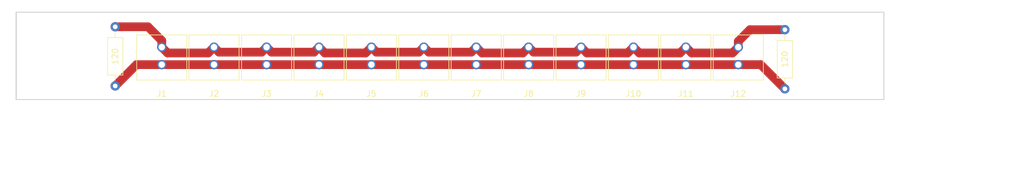
<source format=kicad_pcb>
(kicad_pcb (version 20171130) (host pcbnew "(2018-02-08 revision b04b1dc)-master")

  (general
    (thickness 1.6)
    (drawings 6)
    (tracks 67)
    (zones 0)
    (modules 20)
    (nets 3)
  )

  (page A4)
  (title_block
    (title "CAN Bus Hub 12")
    (date 2018-02-10)
    (rev 1)
  )

  (layers
    (0 F.Cu signal)
    (31 B.Cu signal)
    (32 B.Adhes user)
    (33 F.Adhes user)
    (34 B.Paste user)
    (35 F.Paste user)
    (36 B.SilkS user)
    (37 F.SilkS user)
    (38 B.Mask user)
    (39 F.Mask user)
    (40 Dwgs.User user)
    (41 Cmts.User user)
    (42 Eco1.User user)
    (43 Eco2.User user)
    (44 Edge.Cuts user)
    (45 Margin user)
    (46 B.CrtYd user)
    (47 F.CrtYd user)
    (48 B.Fab user)
    (49 F.Fab user)
  )

  (setup
    (last_trace_width 1.5)
    (trace_clearance 0.5)
    (zone_clearance 0.508)
    (zone_45_only no)
    (trace_min 0.2)
    (segment_width 0.2)
    (edge_width 0.15)
    (via_size 0.8)
    (via_drill 0.4)
    (via_min_size 0.4)
    (via_min_drill 0.3)
    (uvia_size 0.3)
    (uvia_drill 0.1)
    (uvias_allowed no)
    (uvia_min_size 0.2)
    (uvia_min_drill 0.1)
    (pcb_text_width 0.3)
    (pcb_text_size 1.5 1.5)
    (mod_edge_width 0.15)
    (mod_text_size 1 1)
    (mod_text_width 0.15)
    (pad_size 1.524 1.524)
    (pad_drill 0.762)
    (pad_to_mask_clearance 0.2)
    (aux_axis_origin 0 0)
    (visible_elements FFFFFF7F)
    (pcbplotparams
      (layerselection 0x010fc_ffffffff)
      (usegerberextensions false)
      (usegerberattributes false)
      (usegerberadvancedattributes false)
      (creategerberjobfile false)
      (excludeedgelayer true)
      (linewidth 0.100000)
      (plotframeref false)
      (viasonmask false)
      (mode 1)
      (useauxorigin false)
      (hpglpennumber 1)
      (hpglpenspeed 20)
      (hpglpendiameter 15)
      (psnegative false)
      (psa4output false)
      (plotreference true)
      (plotvalue true)
      (plotinvisibletext false)
      (padsonsilk false)
      (subtractmaskfromsilk false)
      (outputformat 1)
      (mirror false)
      (drillshape 0)
      (scaleselection 1)
      (outputdirectory "../CAN Bus Hub 12 Gerber/"))
  )

  (net 0 "")
  (net 1 "Net-(J1-Pad2)")
  (net 2 "Net-(J1-Pad1)")

  (net_class Default "This is the default net class."
    (clearance 0.5)
    (trace_width 1.5)
    (via_dia 0.8)
    (via_drill 0.4)
    (uvia_dia 0.3)
    (uvia_drill 0.1)
    (add_net "Net-(J1-Pad1)")
    (add_net "Net-(J1-Pad2)")
  )

  (module Resistors_THT:R_Axial_DIN0207_L6.3mm_D2.5mm_P10.16mm_Horizontal (layer F.Cu) (tedit 5A7FBC52) (tstamp 5A80029E)
    (at 187 71 270)
    (descr "Resistor, Axial_DIN0207 series, Axial, Horizontal, pin pitch=10.16mm, 0.25W = 1/4W, length*diameter=6.3*2.5mm^2, http://cdn-reichelt.de/documents/datenblatt/B400/1_4W%23YAG.pdf")
    (tags "Resistor Axial_DIN0207 series Axial Horizontal pin pitch 10.16mm 0.25W = 1/4W length 6.3mm diameter 2.5mm")
    (path /5A8087FE)
    (fp_text reference R2 (at 5.08 -2.31 270) (layer F.SilkS) hide
      (effects (font (size 1 1) (thickness 0.15)))
    )
    (fp_text value 120 (at 5.08 0 270) (layer F.SilkS)
      (effects (font (size 1 1) (thickness 0.15)))
    )
    (fp_line (start 1.93 -1.25) (end 1.93 1.25) (layer F.Fab) (width 0.1))
    (fp_line (start 1.93 1.25) (end 8.23 1.25) (layer F.Fab) (width 0.1))
    (fp_line (start 8.23 1.25) (end 8.23 -1.25) (layer F.Fab) (width 0.1))
    (fp_line (start 8.23 -1.25) (end 1.93 -1.25) (layer F.Fab) (width 0.1))
    (fp_line (start 0 0) (end 1.93 0) (layer F.Fab) (width 0.1))
    (fp_line (start 10.16 0) (end 8.23 0) (layer F.Fab) (width 0.1))
    (fp_line (start 1.87 -1.31) (end 1.87 1.31) (layer F.SilkS) (width 0.12))
    (fp_line (start 1.87 1.31) (end 8.29 1.31) (layer F.SilkS) (width 0.12))
    (fp_line (start 8.29 1.31) (end 8.29 -1.31) (layer F.SilkS) (width 0.12))
    (fp_line (start 8.29 -1.31) (end 1.87 -1.31) (layer F.SilkS) (width 0.12))
    (fp_line (start 0.98 0) (end 1.87 0) (layer F.SilkS) (width 0.12))
    (fp_line (start 9.18 0) (end 8.29 0) (layer F.SilkS) (width 0.12))
    (fp_line (start -1.05 -1.6) (end -1.05 1.6) (layer F.CrtYd) (width 0.05))
    (fp_line (start -1.05 1.6) (end 11.25 1.6) (layer F.CrtYd) (width 0.05))
    (fp_line (start 11.25 1.6) (end 11.25 -1.6) (layer F.CrtYd) (width 0.05))
    (fp_line (start 11.25 -1.6) (end -1.05 -1.6) (layer F.CrtYd) (width 0.05))
    (pad 1 thru_hole circle (at 0 0 270) (size 1.6 1.6) (drill 0.8) (layers *.Cu *.Mask)
      (net 1 "Net-(J1-Pad2)"))
    (pad 2 thru_hole oval (at 10.16 0 270) (size 1.6 1.6) (drill 0.8) (layers *.Cu *.Mask)
      (net 2 "Net-(J1-Pad1)"))
    (model ${KISYS3DMOD}/Resistors_THT.3dshapes/R_Axial_DIN0207_L6.3mm_D2.5mm_P10.16mm_Horizontal.wrl
      (at (xyz 0 0 0))
      (scale (xyz 0.393701 0.393701 0.393701))
      (rotate (xyz 0 0 0))
    )
  )

  (module Connectors_Molex:Molex_Microfit3_Header_02x01_Straight_43045-0228 (layer F.Cu) (tedit 55B722EF) (tstamp 5A807F6B)
    (at 80 77)
    (descr "Microfit3 Header Straight 02x01 43045-0228")
    (tags "connector Microfit 02x01 header straight 3mm")
    (path /5A7F9FC2)
    (fp_text reference J1 (at 0 5) (layer F.SilkS)
      (effects (font (size 1 1) (thickness 0.15)))
    )
    (fp_text value Conn_01x02 (at 0 -7) (layer F.Fab)
      (effects (font (size 1 1) (thickness 0.15)))
    )
    (fp_line (start 4.3 -5.1) (end -4.3 -5.1) (layer F.SilkS) (width 0.12))
    (fp_line (start 4.3 2.65) (end -4.3 2.65) (layer F.SilkS) (width 0.12))
    (fp_line (start -4.3 2.65) (end -4.3 -5.1) (layer F.SilkS) (width 0.12))
    (fp_line (start 4.3 2.65) (end 4.3 -5.1) (layer F.SilkS) (width 0.12))
    (fp_line (start 4.5 -5.3) (end -4.5 -5.3) (layer F.CrtYd) (width 0.05))
    (fp_line (start -4.5 2.85) (end -4.5 -5.3) (layer F.CrtYd) (width 0.05))
    (fp_line (start 4.5 2.85) (end -4.5 2.85) (layer F.CrtYd) (width 0.05))
    (fp_line (start 4.5 2.85) (end 4.5 -5.3) (layer F.CrtYd) (width 0.05))
    (pad "" np_thru_hole circle (at 3 -3.94) (size 1.1 1.1) (drill 1.1) (layers *.Cu *.Mask))
    (pad 2 thru_hole circle (at 0 -3) (size 1.6 1.6) (drill 1.1) (layers *.Cu *.Mask)
      (net 1 "Net-(J1-Pad2)"))
    (pad 1 thru_hole circle (at 0 0) (size 1.6 1.6) (drill 1.1) (layers *.Cu *.Mask)
      (net 2 "Net-(J1-Pad1)"))
    (pad "" np_thru_hole circle (at -3 -4) (size 1.1 1.1) (drill 1.1) (layers *.Cu *.Mask))
    (model ${KISYS3DMOD}/Connectors_Molex.3dshapes/Molex_Microfit3_Header_02x01_Straight_43045-0228.wrl
      (at (xyz 0 0 0))
      (scale (xyz 1 1 1))
      (rotate (xyz 0 0 0))
    )
  )

  (module Connectors_Molex:Molex_Microfit3_Header_02x01_Straight_43045-0228 (layer F.Cu) (tedit 55B722EF) (tstamp 5A807F7B)
    (at 88.97 77)
    (descr "Microfit3 Header Straight 02x01 43045-0228")
    (tags "connector Microfit 02x01 header straight 3mm")
    (path /5A7FDEC4)
    (fp_text reference J2 (at 0 5) (layer F.SilkS)
      (effects (font (size 1 1) (thickness 0.15)))
    )
    (fp_text value Conn_01x02 (at 0 -7) (layer F.Fab)
      (effects (font (size 1 1) (thickness 0.15)))
    )
    (fp_line (start 4.5 2.85) (end 4.5 -5.3) (layer F.CrtYd) (width 0.05))
    (fp_line (start 4.5 2.85) (end -4.5 2.85) (layer F.CrtYd) (width 0.05))
    (fp_line (start -4.5 2.85) (end -4.5 -5.3) (layer F.CrtYd) (width 0.05))
    (fp_line (start 4.5 -5.3) (end -4.5 -5.3) (layer F.CrtYd) (width 0.05))
    (fp_line (start 4.3 2.65) (end 4.3 -5.1) (layer F.SilkS) (width 0.12))
    (fp_line (start -4.3 2.65) (end -4.3 -5.1) (layer F.SilkS) (width 0.12))
    (fp_line (start 4.3 2.65) (end -4.3 2.65) (layer F.SilkS) (width 0.12))
    (fp_line (start 4.3 -5.1) (end -4.3 -5.1) (layer F.SilkS) (width 0.12))
    (pad "" np_thru_hole circle (at -3 -4) (size 1.1 1.1) (drill 1.1) (layers *.Cu *.Mask))
    (pad 1 thru_hole circle (at 0 0) (size 1.6 1.6) (drill 1.1) (layers *.Cu *.Mask)
      (net 2 "Net-(J1-Pad1)"))
    (pad 2 thru_hole circle (at 0 -3) (size 1.6 1.6) (drill 1.1) (layers *.Cu *.Mask)
      (net 1 "Net-(J1-Pad2)"))
    (pad "" np_thru_hole circle (at 3 -3.94) (size 1.1 1.1) (drill 1.1) (layers *.Cu *.Mask))
    (model ${KISYS3DMOD}/Connectors_Molex.3dshapes/Molex_Microfit3_Header_02x01_Straight_43045-0228.wrl
      (at (xyz 0 0 0))
      (scale (xyz 1 1 1))
      (rotate (xyz 0 0 0))
    )
  )

  (module Connectors_Molex:Molex_Microfit3_Header_02x01_Straight_43045-0228 (layer F.Cu) (tedit 55B722EF) (tstamp 5A807F8B)
    (at 98 77)
    (descr "Microfit3 Header Straight 02x01 43045-0228")
    (tags "connector Microfit 02x01 header straight 3mm")
    (path /5A7FDEF8)
    (fp_text reference J3 (at 0 5) (layer F.SilkS)
      (effects (font (size 1 1) (thickness 0.15)))
    )
    (fp_text value Conn_01x02 (at 0 -7) (layer F.Fab)
      (effects (font (size 1 1) (thickness 0.15)))
    )
    (fp_line (start 4.3 -5.1) (end -4.3 -5.1) (layer F.SilkS) (width 0.12))
    (fp_line (start 4.3 2.65) (end -4.3 2.65) (layer F.SilkS) (width 0.12))
    (fp_line (start -4.3 2.65) (end -4.3 -5.1) (layer F.SilkS) (width 0.12))
    (fp_line (start 4.3 2.65) (end 4.3 -5.1) (layer F.SilkS) (width 0.12))
    (fp_line (start 4.5 -5.3) (end -4.5 -5.3) (layer F.CrtYd) (width 0.05))
    (fp_line (start -4.5 2.85) (end -4.5 -5.3) (layer F.CrtYd) (width 0.05))
    (fp_line (start 4.5 2.85) (end -4.5 2.85) (layer F.CrtYd) (width 0.05))
    (fp_line (start 4.5 2.85) (end 4.5 -5.3) (layer F.CrtYd) (width 0.05))
    (pad "" np_thru_hole circle (at 3 -3.94) (size 1.1 1.1) (drill 1.1) (layers *.Cu *.Mask))
    (pad 2 thru_hole circle (at 0 -3) (size 1.6 1.6) (drill 1.1) (layers *.Cu *.Mask)
      (net 1 "Net-(J1-Pad2)"))
    (pad 1 thru_hole circle (at 0 0) (size 1.6 1.6) (drill 1.1) (layers *.Cu *.Mask)
      (net 2 "Net-(J1-Pad1)"))
    (pad "" np_thru_hole circle (at -3 -4) (size 1.1 1.1) (drill 1.1) (layers *.Cu *.Mask))
    (model ${KISYS3DMOD}/Connectors_Molex.3dshapes/Molex_Microfit3_Header_02x01_Straight_43045-0228.wrl
      (at (xyz 0 0 0))
      (scale (xyz 1 1 1))
      (rotate (xyz 0 0 0))
    )
  )

  (module Connectors_Molex:Molex_Microfit3_Header_02x01_Straight_43045-0228 (layer F.Cu) (tedit 55B722EF) (tstamp 5A807F9B)
    (at 107 77)
    (descr "Microfit3 Header Straight 02x01 43045-0228")
    (tags "connector Microfit 02x01 header straight 3mm")
    (path /5A7FDF51)
    (fp_text reference J4 (at 0 5) (layer F.SilkS)
      (effects (font (size 1 1) (thickness 0.15)))
    )
    (fp_text value Conn_01x02 (at 0 -7) (layer F.Fab)
      (effects (font (size 1 1) (thickness 0.15)))
    )
    (fp_line (start 4.5 2.85) (end 4.5 -5.3) (layer F.CrtYd) (width 0.05))
    (fp_line (start 4.5 2.85) (end -4.5 2.85) (layer F.CrtYd) (width 0.05))
    (fp_line (start -4.5 2.85) (end -4.5 -5.3) (layer F.CrtYd) (width 0.05))
    (fp_line (start 4.5 -5.3) (end -4.5 -5.3) (layer F.CrtYd) (width 0.05))
    (fp_line (start 4.3 2.65) (end 4.3 -5.1) (layer F.SilkS) (width 0.12))
    (fp_line (start -4.3 2.65) (end -4.3 -5.1) (layer F.SilkS) (width 0.12))
    (fp_line (start 4.3 2.65) (end -4.3 2.65) (layer F.SilkS) (width 0.12))
    (fp_line (start 4.3 -5.1) (end -4.3 -5.1) (layer F.SilkS) (width 0.12))
    (pad "" np_thru_hole circle (at -3 -4) (size 1.1 1.1) (drill 1.1) (layers *.Cu *.Mask))
    (pad 1 thru_hole circle (at 0 0) (size 1.6 1.6) (drill 1.1) (layers *.Cu *.Mask)
      (net 2 "Net-(J1-Pad1)"))
    (pad 2 thru_hole circle (at 0 -3) (size 1.6 1.6) (drill 1.1) (layers *.Cu *.Mask)
      (net 1 "Net-(J1-Pad2)"))
    (pad "" np_thru_hole circle (at 3 -3.94) (size 1.1 1.1) (drill 1.1) (layers *.Cu *.Mask))
    (model ${KISYS3DMOD}/Connectors_Molex.3dshapes/Molex_Microfit3_Header_02x01_Straight_43045-0228.wrl
      (at (xyz 0 0 0))
      (scale (xyz 1 1 1))
      (rotate (xyz 0 0 0))
    )
  )

  (module Connectors_Molex:Molex_Microfit3_Header_02x01_Straight_43045-0228 (layer F.Cu) (tedit 55B722EF) (tstamp 5A807FAB)
    (at 116 77)
    (descr "Microfit3 Header Straight 02x01 43045-0228")
    (tags "connector Microfit 02x01 header straight 3mm")
    (path /5A7FDFD6)
    (fp_text reference J5 (at 0 5) (layer F.SilkS)
      (effects (font (size 1 1) (thickness 0.15)))
    )
    (fp_text value Conn_01x02 (at 0 -7) (layer F.Fab)
      (effects (font (size 1 1) (thickness 0.15)))
    )
    (fp_line (start 4.3 -5.1) (end -4.3 -5.1) (layer F.SilkS) (width 0.12))
    (fp_line (start 4.3 2.65) (end -4.3 2.65) (layer F.SilkS) (width 0.12))
    (fp_line (start -4.3 2.65) (end -4.3 -5.1) (layer F.SilkS) (width 0.12))
    (fp_line (start 4.3 2.65) (end 4.3 -5.1) (layer F.SilkS) (width 0.12))
    (fp_line (start 4.5 -5.3) (end -4.5 -5.3) (layer F.CrtYd) (width 0.05))
    (fp_line (start -4.5 2.85) (end -4.5 -5.3) (layer F.CrtYd) (width 0.05))
    (fp_line (start 4.5 2.85) (end -4.5 2.85) (layer F.CrtYd) (width 0.05))
    (fp_line (start 4.5 2.85) (end 4.5 -5.3) (layer F.CrtYd) (width 0.05))
    (pad "" np_thru_hole circle (at 3 -3.94) (size 1.1 1.1) (drill 1.1) (layers *.Cu *.Mask))
    (pad 2 thru_hole circle (at 0 -3) (size 1.6 1.6) (drill 1.1) (layers *.Cu *.Mask)
      (net 1 "Net-(J1-Pad2)"))
    (pad 1 thru_hole circle (at 0 0) (size 1.6 1.6) (drill 1.1) (layers *.Cu *.Mask)
      (net 2 "Net-(J1-Pad1)"))
    (pad "" np_thru_hole circle (at -3 -4) (size 1.1 1.1) (drill 1.1) (layers *.Cu *.Mask))
    (model ${KISYS3DMOD}/Connectors_Molex.3dshapes/Molex_Microfit3_Header_02x01_Straight_43045-0228.wrl
      (at (xyz 0 0 0))
      (scale (xyz 1 1 1))
      (rotate (xyz 0 0 0))
    )
  )

  (module Connectors_Molex:Molex_Microfit3_Header_02x01_Straight_43045-0228 (layer F.Cu) (tedit 55B722EF) (tstamp 5A807FBB)
    (at 125 77)
    (descr "Microfit3 Header Straight 02x01 43045-0228")
    (tags "connector Microfit 02x01 header straight 3mm")
    (path /5A7FE09E)
    (fp_text reference J6 (at 0 5) (layer F.SilkS)
      (effects (font (size 1 1) (thickness 0.15)))
    )
    (fp_text value Conn_01x02 (at 0 -7) (layer F.Fab)
      (effects (font (size 1 1) (thickness 0.15)))
    )
    (fp_line (start 4.5 2.85) (end 4.5 -5.3) (layer F.CrtYd) (width 0.05))
    (fp_line (start 4.5 2.85) (end -4.5 2.85) (layer F.CrtYd) (width 0.05))
    (fp_line (start -4.5 2.85) (end -4.5 -5.3) (layer F.CrtYd) (width 0.05))
    (fp_line (start 4.5 -5.3) (end -4.5 -5.3) (layer F.CrtYd) (width 0.05))
    (fp_line (start 4.3 2.65) (end 4.3 -5.1) (layer F.SilkS) (width 0.12))
    (fp_line (start -4.3 2.65) (end -4.3 -5.1) (layer F.SilkS) (width 0.12))
    (fp_line (start 4.3 2.65) (end -4.3 2.65) (layer F.SilkS) (width 0.12))
    (fp_line (start 4.3 -5.1) (end -4.3 -5.1) (layer F.SilkS) (width 0.12))
    (pad "" np_thru_hole circle (at -3 -4) (size 1.1 1.1) (drill 1.1) (layers *.Cu *.Mask))
    (pad 1 thru_hole circle (at 0 0) (size 1.6 1.6) (drill 1.1) (layers *.Cu *.Mask)
      (net 2 "Net-(J1-Pad1)"))
    (pad 2 thru_hole circle (at 0 -3) (size 1.6 1.6) (drill 1.1) (layers *.Cu *.Mask)
      (net 1 "Net-(J1-Pad2)"))
    (pad "" np_thru_hole circle (at 3 -3.94) (size 1.1 1.1) (drill 1.1) (layers *.Cu *.Mask))
    (model ${KISYS3DMOD}/Connectors_Molex.3dshapes/Molex_Microfit3_Header_02x01_Straight_43045-0228.wrl
      (at (xyz 0 0 0))
      (scale (xyz 1 1 1))
      (rotate (xyz 0 0 0))
    )
  )

  (module Connectors_Molex:Molex_Microfit3_Header_02x01_Straight_43045-0228 (layer F.Cu) (tedit 55B722EF) (tstamp 5A807FCB)
    (at 134 77)
    (descr "Microfit3 Header Straight 02x01 43045-0228")
    (tags "connector Microfit 02x01 header straight 3mm")
    (path /5A7FE1E7)
    (fp_text reference J7 (at 0 5) (layer F.SilkS)
      (effects (font (size 1 1) (thickness 0.15)))
    )
    (fp_text value Conn_01x02 (at 0 -7) (layer F.Fab)
      (effects (font (size 1 1) (thickness 0.15)))
    )
    (fp_line (start 4.3 -5.1) (end -4.3 -5.1) (layer F.SilkS) (width 0.12))
    (fp_line (start 4.3 2.65) (end -4.3 2.65) (layer F.SilkS) (width 0.12))
    (fp_line (start -4.3 2.65) (end -4.3 -5.1) (layer F.SilkS) (width 0.12))
    (fp_line (start 4.3 2.65) (end 4.3 -5.1) (layer F.SilkS) (width 0.12))
    (fp_line (start 4.5 -5.3) (end -4.5 -5.3) (layer F.CrtYd) (width 0.05))
    (fp_line (start -4.5 2.85) (end -4.5 -5.3) (layer F.CrtYd) (width 0.05))
    (fp_line (start 4.5 2.85) (end -4.5 2.85) (layer F.CrtYd) (width 0.05))
    (fp_line (start 4.5 2.85) (end 4.5 -5.3) (layer F.CrtYd) (width 0.05))
    (pad "" np_thru_hole circle (at 3 -3.94) (size 1.1 1.1) (drill 1.1) (layers *.Cu *.Mask))
    (pad 2 thru_hole circle (at 0 -3) (size 1.6 1.6) (drill 1.1) (layers *.Cu *.Mask)
      (net 1 "Net-(J1-Pad2)"))
    (pad 1 thru_hole circle (at 0 0) (size 1.6 1.6) (drill 1.1) (layers *.Cu *.Mask)
      (net 2 "Net-(J1-Pad1)"))
    (pad "" np_thru_hole circle (at -3 -4) (size 1.1 1.1) (drill 1.1) (layers *.Cu *.Mask))
    (model ${KISYS3DMOD}/Connectors_Molex.3dshapes/Molex_Microfit3_Header_02x01_Straight_43045-0228.wrl
      (at (xyz 0 0 0))
      (scale (xyz 1 1 1))
      (rotate (xyz 0 0 0))
    )
  )

  (module Connectors_Molex:Molex_Microfit3_Header_02x01_Straight_43045-0228 (layer F.Cu) (tedit 55B722EF) (tstamp 5A807FDB)
    (at 143 77)
    (descr "Microfit3 Header Straight 02x01 43045-0228")
    (tags "connector Microfit 02x01 header straight 3mm")
    (path /5A7FE360)
    (fp_text reference J8 (at 0 5) (layer F.SilkS)
      (effects (font (size 1 1) (thickness 0.15)))
    )
    (fp_text value Conn_01x02 (at 0 -7) (layer F.Fab)
      (effects (font (size 1 1) (thickness 0.15)))
    )
    (fp_line (start 4.5 2.85) (end 4.5 -5.3) (layer F.CrtYd) (width 0.05))
    (fp_line (start 4.5 2.85) (end -4.5 2.85) (layer F.CrtYd) (width 0.05))
    (fp_line (start -4.5 2.85) (end -4.5 -5.3) (layer F.CrtYd) (width 0.05))
    (fp_line (start 4.5 -5.3) (end -4.5 -5.3) (layer F.CrtYd) (width 0.05))
    (fp_line (start 4.3 2.65) (end 4.3 -5.1) (layer F.SilkS) (width 0.12))
    (fp_line (start -4.3 2.65) (end -4.3 -5.1) (layer F.SilkS) (width 0.12))
    (fp_line (start 4.3 2.65) (end -4.3 2.65) (layer F.SilkS) (width 0.12))
    (fp_line (start 4.3 -5.1) (end -4.3 -5.1) (layer F.SilkS) (width 0.12))
    (pad "" np_thru_hole circle (at -3 -4) (size 1.1 1.1) (drill 1.1) (layers *.Cu *.Mask))
    (pad 1 thru_hole circle (at 0 0) (size 1.6 1.6) (drill 1.1) (layers *.Cu *.Mask)
      (net 2 "Net-(J1-Pad1)"))
    (pad 2 thru_hole circle (at 0 -3) (size 1.6 1.6) (drill 1.1) (layers *.Cu *.Mask)
      (net 1 "Net-(J1-Pad2)"))
    (pad "" np_thru_hole circle (at 3 -3.94) (size 1.1 1.1) (drill 1.1) (layers *.Cu *.Mask))
    (model ${KISYS3DMOD}/Connectors_Molex.3dshapes/Molex_Microfit3_Header_02x01_Straight_43045-0228.wrl
      (at (xyz 0 0 0))
      (scale (xyz 1 1 1))
      (rotate (xyz 0 0 0))
    )
  )

  (module Connectors_Molex:Molex_Microfit3_Header_02x01_Straight_43045-0228 (layer F.Cu) (tedit 55B722EF) (tstamp 5A807FEB)
    (at 152 77)
    (descr "Microfit3 Header Straight 02x01 43045-0228")
    (tags "connector Microfit 02x01 header straight 3mm")
    (path /5A7FE54F)
    (fp_text reference J9 (at 0 5) (layer F.SilkS)
      (effects (font (size 1 1) (thickness 0.15)))
    )
    (fp_text value Conn_01x02 (at 0 -7) (layer F.Fab)
      (effects (font (size 1 1) (thickness 0.15)))
    )
    (fp_line (start 4.3 -5.1) (end -4.3 -5.1) (layer F.SilkS) (width 0.12))
    (fp_line (start 4.3 2.65) (end -4.3 2.65) (layer F.SilkS) (width 0.12))
    (fp_line (start -4.3 2.65) (end -4.3 -5.1) (layer F.SilkS) (width 0.12))
    (fp_line (start 4.3 2.65) (end 4.3 -5.1) (layer F.SilkS) (width 0.12))
    (fp_line (start 4.5 -5.3) (end -4.5 -5.3) (layer F.CrtYd) (width 0.05))
    (fp_line (start -4.5 2.85) (end -4.5 -5.3) (layer F.CrtYd) (width 0.05))
    (fp_line (start 4.5 2.85) (end -4.5 2.85) (layer F.CrtYd) (width 0.05))
    (fp_line (start 4.5 2.85) (end 4.5 -5.3) (layer F.CrtYd) (width 0.05))
    (pad "" np_thru_hole circle (at 3 -3.94) (size 1.1 1.1) (drill 1.1) (layers *.Cu *.Mask))
    (pad 2 thru_hole circle (at 0 -3) (size 1.6 1.6) (drill 1.1) (layers *.Cu *.Mask)
      (net 1 "Net-(J1-Pad2)"))
    (pad 1 thru_hole circle (at 0 0) (size 1.6 1.6) (drill 1.1) (layers *.Cu *.Mask)
      (net 2 "Net-(J1-Pad1)"))
    (pad "" np_thru_hole circle (at -3 -4) (size 1.1 1.1) (drill 1.1) (layers *.Cu *.Mask))
    (model ${KISYS3DMOD}/Connectors_Molex.3dshapes/Molex_Microfit3_Header_02x01_Straight_43045-0228.wrl
      (at (xyz 0 0 0))
      (scale (xyz 1 1 1))
      (rotate (xyz 0 0 0))
    )
  )

  (module Connectors_Molex:Molex_Microfit3_Header_02x01_Straight_43045-0228 (layer F.Cu) (tedit 55B722EF) (tstamp 5A807FFB)
    (at 161 77)
    (descr "Microfit3 Header Straight 02x01 43045-0228")
    (tags "connector Microfit 02x01 header straight 3mm")
    (path /5A7FE7C3)
    (fp_text reference J10 (at 0 5) (layer F.SilkS)
      (effects (font (size 1 1) (thickness 0.15)))
    )
    (fp_text value Conn_01x02 (at 0 -7) (layer F.Fab)
      (effects (font (size 1 1) (thickness 0.15)))
    )
    (fp_line (start 4.5 2.85) (end 4.5 -5.3) (layer F.CrtYd) (width 0.05))
    (fp_line (start 4.5 2.85) (end -4.5 2.85) (layer F.CrtYd) (width 0.05))
    (fp_line (start -4.5 2.85) (end -4.5 -5.3) (layer F.CrtYd) (width 0.05))
    (fp_line (start 4.5 -5.3) (end -4.5 -5.3) (layer F.CrtYd) (width 0.05))
    (fp_line (start 4.3 2.65) (end 4.3 -5.1) (layer F.SilkS) (width 0.12))
    (fp_line (start -4.3 2.65) (end -4.3 -5.1) (layer F.SilkS) (width 0.12))
    (fp_line (start 4.3 2.65) (end -4.3 2.65) (layer F.SilkS) (width 0.12))
    (fp_line (start 4.3 -5.1) (end -4.3 -5.1) (layer F.SilkS) (width 0.12))
    (pad "" np_thru_hole circle (at -3 -4) (size 1.1 1.1) (drill 1.1) (layers *.Cu *.Mask))
    (pad 1 thru_hole circle (at 0 0) (size 1.6 1.6) (drill 1.1) (layers *.Cu *.Mask)
      (net 2 "Net-(J1-Pad1)"))
    (pad 2 thru_hole circle (at 0 -3) (size 1.6 1.6) (drill 1.1) (layers *.Cu *.Mask)
      (net 1 "Net-(J1-Pad2)"))
    (pad "" np_thru_hole circle (at 3 -3.94) (size 1.1 1.1) (drill 1.1) (layers *.Cu *.Mask))
    (model ${KISYS3DMOD}/Connectors_Molex.3dshapes/Molex_Microfit3_Header_02x01_Straight_43045-0228.wrl
      (at (xyz 0 0 0))
      (scale (xyz 1 1 1))
      (rotate (xyz 0 0 0))
    )
  )

  (module Connectors_Molex:Molex_Microfit3_Header_02x01_Straight_43045-0228 (layer F.Cu) (tedit 55B722EF) (tstamp 5A80800B)
    (at 170 77)
    (descr "Microfit3 Header Straight 02x01 43045-0228")
    (tags "connector Microfit 02x01 header straight 3mm")
    (path /5A7FEABB)
    (fp_text reference J11 (at 0 5) (layer F.SilkS)
      (effects (font (size 1 1) (thickness 0.15)))
    )
    (fp_text value Conn_01x02 (at 0 -7) (layer F.Fab)
      (effects (font (size 1 1) (thickness 0.15)))
    )
    (fp_line (start 4.3 -5.1) (end -4.3 -5.1) (layer F.SilkS) (width 0.12))
    (fp_line (start 4.3 2.65) (end -4.3 2.65) (layer F.SilkS) (width 0.12))
    (fp_line (start -4.3 2.65) (end -4.3 -5.1) (layer F.SilkS) (width 0.12))
    (fp_line (start 4.3 2.65) (end 4.3 -5.1) (layer F.SilkS) (width 0.12))
    (fp_line (start 4.5 -5.3) (end -4.5 -5.3) (layer F.CrtYd) (width 0.05))
    (fp_line (start -4.5 2.85) (end -4.5 -5.3) (layer F.CrtYd) (width 0.05))
    (fp_line (start 4.5 2.85) (end -4.5 2.85) (layer F.CrtYd) (width 0.05))
    (fp_line (start 4.5 2.85) (end 4.5 -5.3) (layer F.CrtYd) (width 0.05))
    (pad "" np_thru_hole circle (at 3 -3.94) (size 1.1 1.1) (drill 1.1) (layers *.Cu *.Mask))
    (pad 2 thru_hole circle (at 0 -3) (size 1.6 1.6) (drill 1.1) (layers *.Cu *.Mask)
      (net 1 "Net-(J1-Pad2)"))
    (pad 1 thru_hole circle (at 0 0) (size 1.6 1.6) (drill 1.1) (layers *.Cu *.Mask)
      (net 2 "Net-(J1-Pad1)"))
    (pad "" np_thru_hole circle (at -3 -4) (size 1.1 1.1) (drill 1.1) (layers *.Cu *.Mask))
    (model ${KISYS3DMOD}/Connectors_Molex.3dshapes/Molex_Microfit3_Header_02x01_Straight_43045-0228.wrl
      (at (xyz 0 0 0))
      (scale (xyz 1 1 1))
      (rotate (xyz 0 0 0))
    )
  )

  (module Connectors_Molex:Molex_Microfit3_Header_02x01_Straight_43045-0228 (layer F.Cu) (tedit 55B722EF) (tstamp 5A80C178)
    (at 179 77)
    (descr "Microfit3 Header Straight 02x01 43045-0228")
    (tags "connector Microfit 02x01 header straight 3mm")
    (path /5A7FEE5F)
    (fp_text reference J12 (at 0 5) (layer F.SilkS)
      (effects (font (size 1 1) (thickness 0.15)))
    )
    (fp_text value Conn_01x02 (at 0 -7) (layer F.Fab)
      (effects (font (size 1 1) (thickness 0.15)))
    )
    (fp_line (start 4.3 -5.1) (end -4.3 -5.1) (layer F.SilkS) (width 0.12))
    (fp_line (start 4.3 2.65) (end -4.3 2.65) (layer F.SilkS) (width 0.12))
    (fp_line (start -4.3 2.65) (end -4.3 -5.1) (layer F.SilkS) (width 0.12))
    (fp_line (start 4.3 2.65) (end 4.3 -5.1) (layer F.SilkS) (width 0.12))
    (fp_line (start 4.5 -5.3) (end -4.5 -5.3) (layer F.CrtYd) (width 0.05))
    (fp_line (start -4.5 2.85) (end -4.5 -5.3) (layer F.CrtYd) (width 0.05))
    (fp_line (start 4.5 2.85) (end -4.5 2.85) (layer F.CrtYd) (width 0.05))
    (fp_line (start 4.5 2.85) (end 4.5 -5.3) (layer F.CrtYd) (width 0.05))
    (pad "" np_thru_hole circle (at 3 -3.94) (size 1.1 1.1) (drill 1.1) (layers *.Cu *.Mask))
    (pad 2 thru_hole circle (at 0 -3) (size 1.6 1.6) (drill 1.1) (layers *.Cu *.Mask)
      (net 1 "Net-(J1-Pad2)"))
    (pad 1 thru_hole circle (at 0 0) (size 1.6 1.6) (drill 1.1) (layers *.Cu *.Mask)
      (net 2 "Net-(J1-Pad1)"))
    (pad "" np_thru_hole circle (at -3 -4) (size 1.1 1.1) (drill 1.1) (layers *.Cu *.Mask))
    (model ${KISYS3DMOD}/Connectors_Molex.3dshapes/Molex_Microfit3_Header_02x01_Straight_43045-0228.wrl
      (at (xyz 0 0 0))
      (scale (xyz 1 1 1))
      (rotate (xyz 0 0 0))
    )
  )

  (module Mounting_Holes:MountingHole_2.2mm_M2 (layer F.Cu) (tedit 5A7FBC36) (tstamp 5A817663)
    (at 67 71)
    (descr "Mounting Hole 2.2mm, no annular, M2")
    (tags "mounting hole 2.2mm no annular m2")
    (path /5A80D5E7)
    (attr virtual)
    (fp_text reference MK3 (at 0 -3.2) (layer F.SilkS) hide
      (effects (font (size 1 1) (thickness 0.15)))
    )
    (fp_text value Strain_Relief (at 0 -3.5) (layer F.Fab)
      (effects (font (size 1 1) (thickness 0.15)))
    )
    (fp_text user %R (at 0.3 0) (layer F.Fab)
      (effects (font (size 1 1) (thickness 0.15)))
    )
    (fp_circle (center 0 0) (end 2.2 0) (layer Cmts.User) (width 0.15))
    (fp_circle (center 0 0) (end 2.45 0) (layer F.CrtYd) (width 0.05))
    (pad 1 np_thru_hole circle (at 0 0) (size 2.2 2.2) (drill 2.2) (layers *.Cu *.Mask))
  )

  (module Mounting_Holes:MountingHole_2.2mm_M2 (layer F.Cu) (tedit 5A7FBC3B) (tstamp 5A81766B)
    (at 67 80)
    (descr "Mounting Hole 2.2mm, no annular, M2")
    (tags "mounting hole 2.2mm no annular m2")
    (path /5A80D63C)
    (attr virtual)
    (fp_text reference MK4 (at 0 -3.2) (layer F.SilkS) hide
      (effects (font (size 1 1) (thickness 0.15)))
    )
    (fp_text value Strain_Relief (at 0 4) (layer F.Fab)
      (effects (font (size 1 1) (thickness 0.15)))
    )
    (fp_circle (center 0 0) (end 2.45 0) (layer F.CrtYd) (width 0.05))
    (fp_circle (center 0 0) (end 2.2 0) (layer Cmts.User) (width 0.15))
    (fp_text user %R (at 0.3 0) (layer F.Fab)
      (effects (font (size 1 1) (thickness 0.15)))
    )
    (pad 1 np_thru_hole circle (at 0 0) (size 2.2 2.2) (drill 2.2) (layers *.Cu *.Mask))
  )

  (module Mounting_Holes:MountingHole_2.2mm_M2 (layer F.Cu) (tedit 5A7FBC45) (tstamp 5A80027B)
    (at 192 71)
    (descr "Mounting Hole 2.2mm, no annular, M2")
    (tags "mounting hole 2.2mm no annular m2")
    (path /5A80D457)
    (attr virtual)
    (fp_text reference MK5 (at 0 -3.2) (layer F.SilkS) hide
      (effects (font (size 1 1) (thickness 0.15)))
    )
    (fp_text value Strain_Relief (at 0 -4.25) (layer F.Fab)
      (effects (font (size 1 1) (thickness 0.15)))
    )
    (fp_circle (center 0 0) (end 2.45 0) (layer F.CrtYd) (width 0.05))
    (fp_circle (center 0 0) (end 2.2 0) (layer Cmts.User) (width 0.15))
    (fp_text user %R (at 0.3 0) (layer F.Fab)
      (effects (font (size 1 1) (thickness 0.15)))
    )
    (pad 1 np_thru_hole circle (at 0 0) (size 2.2 2.2) (drill 2.2) (layers *.Cu *.Mask))
  )

  (module Mounting_Holes:MountingHole_2.2mm_M2 (layer F.Cu) (tedit 5A7FBC49) (tstamp 5A800266)
    (at 192 80)
    (descr "Mounting Hole 2.2mm, no annular, M2")
    (tags "mounting hole 2.2mm no annular m2")
    (path /5A80D712)
    (attr virtual)
    (fp_text reference MK6 (at 0 -3.2) (layer F.SilkS) hide
      (effects (font (size 1 1) (thickness 0.15)))
    )
    (fp_text value Strain_Relief (at 0 4) (layer F.Fab)
      (effects (font (size 1 1) (thickness 0.15)))
    )
    (fp_text user %R (at 0.3 0) (layer F.Fab)
      (effects (font (size 1 1) (thickness 0.15)))
    )
    (fp_circle (center 0 0) (end 2.2 0) (layer Cmts.User) (width 0.15))
    (fp_circle (center 0 0) (end 2.45 0) (layer F.CrtYd) (width 0.05))
    (pad 1 np_thru_hole circle (at 0 0) (size 2.2 2.2) (drill 2.2) (layers *.Cu *.Mask))
  )

  (module Resistors_THT:R_Axial_DIN0207_L6.3mm_D2.5mm_P10.16mm_Horizontal (layer F.Cu) (tedit 5A7FBC63) (tstamp 5A817921)
    (at 72 70.5 270)
    (descr "Resistor, Axial_DIN0207 series, Axial, Horizontal, pin pitch=10.16mm, 0.25W = 1/4W, length*diameter=6.3*2.5mm^2, http://cdn-reichelt.de/documents/datenblatt/B400/1_4W%23YAG.pdf")
    (tags "Resistor Axial_DIN0207 series Axial Horizontal pin pitch 10.16mm 0.25W = 1/4W length 6.3mm diameter 2.5mm")
    (path /5A80858C)
    (fp_text reference R1 (at 5.08 -2.31 270) (layer F.SilkS) hide
      (effects (font (size 1 1) (thickness 0.15)))
    )
    (fp_text value 120 (at 5.08 0 270) (layer F.SilkS)
      (effects (font (size 1 1) (thickness 0.15)))
    )
    (fp_line (start 11.25 -1.6) (end -1.05 -1.6) (layer F.CrtYd) (width 0.05))
    (fp_line (start 11.25 1.6) (end 11.25 -1.6) (layer F.CrtYd) (width 0.05))
    (fp_line (start -1.05 1.6) (end 11.25 1.6) (layer F.CrtYd) (width 0.05))
    (fp_line (start -1.05 -1.6) (end -1.05 1.6) (layer F.CrtYd) (width 0.05))
    (fp_line (start 9.18 0) (end 8.29 0) (layer F.SilkS) (width 0.12))
    (fp_line (start 0.98 0) (end 1.87 0) (layer F.SilkS) (width 0.12))
    (fp_line (start 8.29 -1.31) (end 1.87 -1.31) (layer F.SilkS) (width 0.12))
    (fp_line (start 8.29 1.31) (end 8.29 -1.31) (layer F.SilkS) (width 0.12))
    (fp_line (start 1.87 1.31) (end 8.29 1.31) (layer F.SilkS) (width 0.12))
    (fp_line (start 1.87 -1.31) (end 1.87 1.31) (layer F.SilkS) (width 0.12))
    (fp_line (start 10.16 0) (end 8.23 0) (layer F.Fab) (width 0.1))
    (fp_line (start 0 0) (end 1.93 0) (layer F.Fab) (width 0.1))
    (fp_line (start 8.23 -1.25) (end 1.93 -1.25) (layer F.Fab) (width 0.1))
    (fp_line (start 8.23 1.25) (end 8.23 -1.25) (layer F.Fab) (width 0.1))
    (fp_line (start 1.93 1.25) (end 8.23 1.25) (layer F.Fab) (width 0.1))
    (fp_line (start 1.93 -1.25) (end 1.93 1.25) (layer F.Fab) (width 0.1))
    (pad 2 thru_hole oval (at 10.16 0 270) (size 1.6 1.6) (drill 0.8) (layers *.Cu *.Mask)
      (net 2 "Net-(J1-Pad1)"))
    (pad 1 thru_hole circle (at 0 0 270) (size 1.6 1.6) (drill 0.8) (layers *.Cu *.Mask)
      (net 1 "Net-(J1-Pad2)"))
    (model ${KISYS3DMOD}/Resistors_THT.3dshapes/R_Axial_DIN0207_L6.3mm_D2.5mm_P10.16mm_Horizontal.wrl
      (at (xyz 0 0 0))
      (scale (xyz 0.393701 0.393701 0.393701))
      (rotate (xyz 0 0 0))
    )
  )

  (module Mounting_Holes:MountingHole_4.3mm_M4 (layer F.Cu) (tedit 5A7FBC2F) (tstamp 5A81B6E4)
    (at 60 75.5)
    (descr "Mounting Hole 4.3mm, no annular, M4")
    (tags "mounting hole 4.3mm no annular m4")
    (path /5A800CD5)
    (attr virtual)
    (fp_text reference MK1 (at 0 -5.3) (layer F.SilkS) hide
      (effects (font (size 1 1) (thickness 0.15)))
    )
    (fp_text value Mounting_Hole (at -2.25 5.75) (layer F.Fab)
      (effects (font (size 1 1) (thickness 0.15)))
    )
    (fp_circle (center 0 0) (end 4.55 0) (layer F.CrtYd) (width 0.05))
    (fp_circle (center 0 0) (end 4.3 0) (layer Cmts.User) (width 0.15))
    (fp_text user %R (at 0.3 0) (layer F.Fab)
      (effects (font (size 1 1) (thickness 0.15)))
    )
    (pad 1 np_thru_hole circle (at 0 0) (size 4.3 4.3) (drill 4.3) (layers *.Cu *.Mask))
  )

  (module Mounting_Holes:MountingHole_4.3mm_M4 (layer F.Cu) (tedit 5A7FBC41) (tstamp 5A800251)
    (at 199 75.5)
    (descr "Mounting Hole 4.3mm, no annular, M4")
    (tags "mounting hole 4.3mm no annular m4")
    (path /5A800F5D)
    (attr virtual)
    (fp_text reference MK2 (at 0 -5.3) (layer F.SilkS) hide
      (effects (font (size 1 1) (thickness 0.15)))
    )
    (fp_text value Mounting_Hole (at 2.5 5.75) (layer F.Fab)
      (effects (font (size 1 1) (thickness 0.15)))
    )
    (fp_text user %R (at 0.3 0) (layer F.Fab)
      (effects (font (size 1 1) (thickness 0.15)))
    )
    (fp_circle (center 0 0) (end 4.3 0) (layer Cmts.User) (width 0.15))
    (fp_circle (center 0 0) (end 4.55 0) (layer F.CrtYd) (width 0.05))
    (pad 1 np_thru_hole circle (at 0 0) (size 4.3 4.3) (drill 4.3) (layers *.Cu *.Mask))
  )

  (dimension 149 (width 0.3) (layer Dwgs.User)
    (gr_text "149.000 mm" (at 129.5 99.35) (layer Dwgs.User)
      (effects (font (size 1.5 1.5) (thickness 0.3)))
    )
    (feature1 (pts (xy 204 83) (xy 204 100.7)))
    (feature2 (pts (xy 55 83) (xy 55 100.7)))
    (crossbar (pts (xy 55 98) (xy 204 98)))
    (arrow1a (pts (xy 204 98) (xy 202.873496 98.586421)))
    (arrow1b (pts (xy 204 98) (xy 202.873496 97.413579)))
    (arrow2a (pts (xy 55 98) (xy 56.126504 98.586421)))
    (arrow2b (pts (xy 55 98) (xy 56.126504 97.413579)))
  )
  (gr_line (start 55 83) (end 204 83) (layer Edge.Cuts) (width 0.15))
  (gr_line (start 55 68) (end 204 68) (layer Edge.Cuts) (width 0.15))
  (dimension 15 (width 0.3) (layer Dwgs.User)
    (gr_text "15.000 mm" (at 225.394312 75.5 90) (layer Dwgs.User)
      (effects (font (size 1.5 1.5) (thickness 0.3)))
    )
    (feature1 (pts (xy 204.044312 68) (xy 226.744312 68)))
    (feature2 (pts (xy 204.044312 83) (xy 226.744312 83)))
    (crossbar (pts (xy 224.044312 83) (xy 224.044312 68)))
    (arrow1a (pts (xy 224.044312 68) (xy 224.630733 69.126504)))
    (arrow1b (pts (xy 224.044312 68) (xy 223.457891 69.126504)))
    (arrow2a (pts (xy 224.044312 83) (xy 224.630733 81.873496)))
    (arrow2b (pts (xy 224.044312 83) (xy 223.457891 81.873496)))
  )
  (gr_line (start 204 68) (end 204 83) (layer Edge.Cuts) (width 0.15) (tstamp 5A800248))
  (gr_line (start 55 68) (end 55 83) (layer Edge.Cuts) (width 0.2))

  (segment (start 179 74) (end 179 73) (width 1.5) (layer F.Cu) (net 1))
  (segment (start 179 73) (end 181 71) (width 1.5) (layer F.Cu) (net 1))
  (segment (start 181 71) (end 185.86863 71) (width 1.5) (layer F.Cu) (net 1))
  (segment (start 185.86863 71) (end 187 71) (width 1.5) (layer F.Cu) (net 1))
  (segment (start 80 74) (end 80 72.86863) (width 1.5) (layer F.Cu) (net 1))
  (segment (start 73.13137 70.5) (end 72 70.5) (width 1.5) (layer F.Cu) (net 1))
  (segment (start 80 72.86863) (end 77.63137 70.5) (width 1.5) (layer F.Cu) (net 1))
  (segment (start 77.63137 70.5) (end 73.13137 70.5) (width 1.5) (layer F.Cu) (net 1))
  (segment (start 170 74) (end 171 75) (width 1.5) (layer F.Cu) (net 1))
  (segment (start 178 75) (end 178.200001 74.799999) (width 1.5) (layer F.Cu) (net 1))
  (segment (start 178.200001 74.799999) (end 179 74) (width 1.5) (layer F.Cu) (net 1))
  (segment (start 171 75) (end 178 75) (width 1.5) (layer F.Cu) (net 1))
  (segment (start 161 74) (end 162 75) (width 1.5) (layer F.Cu) (net 1))
  (segment (start 162 75) (end 169 75) (width 1.5) (layer F.Cu) (net 1))
  (segment (start 169 75) (end 169.200001 74.799999) (width 1.5) (layer F.Cu) (net 1))
  (segment (start 169.200001 74.799999) (end 170 74) (width 1.5) (layer F.Cu) (net 1))
  (segment (start 152 74) (end 153 75) (width 1.5) (layer F.Cu) (net 1))
  (segment (start 160.200001 74.799999) (end 161 74) (width 1.5) (layer F.Cu) (net 1))
  (segment (start 153 75) (end 160 75) (width 1.5) (layer F.Cu) (net 1))
  (segment (start 160 75) (end 160.200001 74.799999) (width 1.5) (layer F.Cu) (net 1))
  (segment (start 143 74) (end 143.860001 74.860001) (width 1.5) (layer F.Cu) (net 1))
  (segment (start 143.860001 74.860001) (end 151.139999 74.860001) (width 1.5) (layer F.Cu) (net 1))
  (segment (start 151.139999 74.860001) (end 151.200001 74.799999) (width 1.5) (layer F.Cu) (net 1))
  (segment (start 151.200001 74.799999) (end 152 74) (width 1.5) (layer F.Cu) (net 1))
  (segment (start 134 74) (end 135 75) (width 1.5) (layer F.Cu) (net 1))
  (segment (start 135 75) (end 142 75) (width 1.5) (layer F.Cu) (net 1))
  (segment (start 142 75) (end 142.200001 74.799999) (width 1.5) (layer F.Cu) (net 1))
  (segment (start 142.200001 74.799999) (end 143 74) (width 1.5) (layer F.Cu) (net 1))
  (segment (start 125 74) (end 125.860001 74.860001) (width 1.5) (layer F.Cu) (net 1))
  (segment (start 125.860001 74.860001) (end 133.139999 74.860001) (width 1.5) (layer F.Cu) (net 1))
  (segment (start 133.139999 74.860001) (end 133.200001 74.799999) (width 1.5) (layer F.Cu) (net 1))
  (segment (start 133.200001 74.799999) (end 134 74) (width 1.5) (layer F.Cu) (net 1))
  (segment (start 116 74) (end 116.860001 74.860001) (width 1.5) (layer F.Cu) (net 1))
  (segment (start 116.860001 74.860001) (end 124.139999 74.860001) (width 1.5) (layer F.Cu) (net 1))
  (segment (start 124.139999 74.860001) (end 124.200001 74.799999) (width 1.5) (layer F.Cu) (net 1))
  (segment (start 124.200001 74.799999) (end 125 74) (width 1.5) (layer F.Cu) (net 1))
  (segment (start 107 74) (end 108 75) (width 1.5) (layer F.Cu) (net 1))
  (segment (start 108 75) (end 115 75) (width 1.5) (layer F.Cu) (net 1))
  (segment (start 115 75) (end 115.200001 74.799999) (width 1.5) (layer F.Cu) (net 1))
  (segment (start 115.200001 74.799999) (end 116 74) (width 1.5) (layer F.Cu) (net 1))
  (segment (start 98 74) (end 98.860001 74.860001) (width 1.5) (layer F.Cu) (net 1))
  (segment (start 98.860001 74.860001) (end 106.139999 74.860001) (width 1.5) (layer F.Cu) (net 1))
  (segment (start 106.139999 74.860001) (end 106.200001 74.799999) (width 1.5) (layer F.Cu) (net 1))
  (segment (start 106.200001 74.799999) (end 107 74) (width 1.5) (layer F.Cu) (net 1))
  (segment (start 88.97 74) (end 89.830001 74.860001) (width 1.5) (layer F.Cu) (net 1))
  (segment (start 89.830001 74.860001) (end 97.139999 74.860001) (width 1.5) (layer F.Cu) (net 1))
  (segment (start 97.139999 74.860001) (end 97.200001 74.799999) (width 1.5) (layer F.Cu) (net 1))
  (segment (start 97.200001 74.799999) (end 98 74) (width 1.5) (layer F.Cu) (net 1))
  (segment (start 80 74) (end 81 75) (width 1.5) (layer F.Cu) (net 1))
  (segment (start 81 75) (end 87.97 75) (width 1.5) (layer F.Cu) (net 1))
  (segment (start 87.97 75) (end 88.170001 74.799999) (width 1.5) (layer F.Cu) (net 1))
  (segment (start 88.170001 74.799999) (end 88.97 74) (width 1.5) (layer F.Cu) (net 1))
  (segment (start 179 77) (end 182.84 77) (width 1.5) (layer F.Cu) (net 2))
  (segment (start 182.84 77) (end 187 81.16) (width 1.5) (layer F.Cu) (net 2))
  (segment (start 80 77) (end 75.66 77) (width 1.5) (layer F.Cu) (net 2))
  (segment (start 75.66 77) (end 72 80.66) (width 1.5) (layer F.Cu) (net 2))
  (segment (start 170 77) (end 179 77) (width 1.5) (layer F.Cu) (net 2))
  (segment (start 161 77) (end 170 77) (width 1.5) (layer F.Cu) (net 2))
  (segment (start 152 77) (end 161 77) (width 1.5) (layer F.Cu) (net 2))
  (segment (start 143 77) (end 152 77) (width 1.5) (layer F.Cu) (net 2))
  (segment (start 134 77) (end 143 77) (width 1.5) (layer F.Cu) (net 2))
  (segment (start 125 77) (end 134 77) (width 1.5) (layer F.Cu) (net 2))
  (segment (start 116 77) (end 125 77) (width 1.5) (layer F.Cu) (net 2))
  (segment (start 107 77) (end 116 77) (width 1.5) (layer F.Cu) (net 2))
  (segment (start 98 77) (end 107 77) (width 1.5) (layer F.Cu) (net 2))
  (segment (start 88.97 77) (end 98 77) (width 1.5) (layer F.Cu) (net 2))
  (segment (start 80 77) (end 88.97 77) (width 1.5) (layer F.Cu) (net 2))

)

</source>
